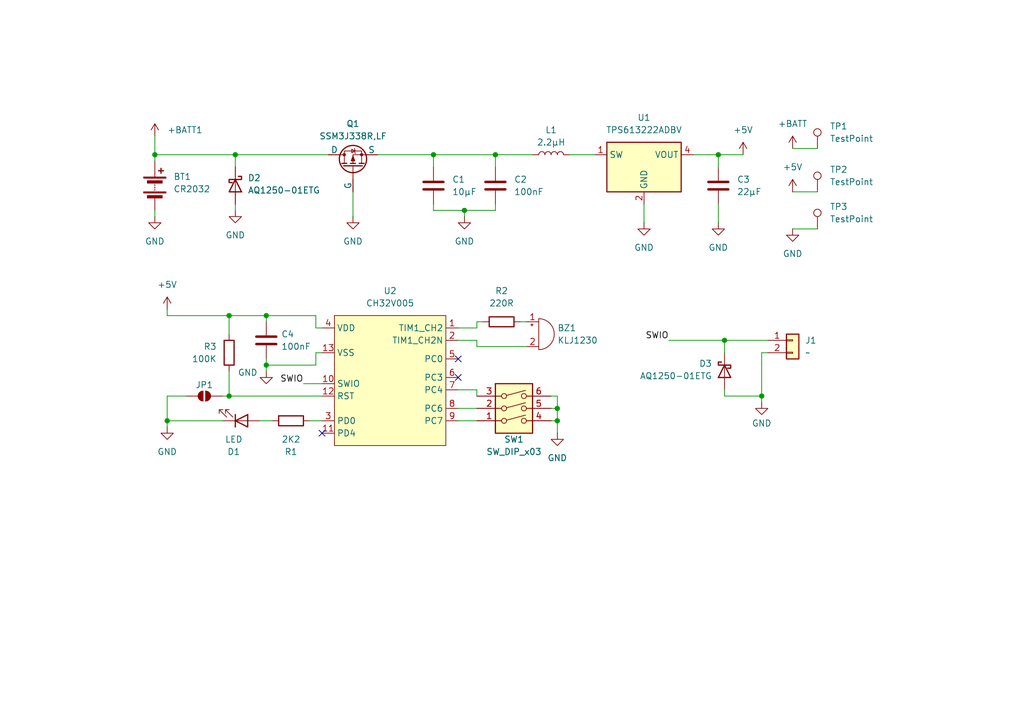
<source format=kicad_sch>
(kicad_sch (version 20250114) (generator "eeschema") (generator_version "9.0")
  (paper "A5")
  (title_block (title "AZUltra") (rev "0.01") (company "Adam Zembrzuski"))
  (lib_symbols
    (symbol "AZSymbols:CH32V005D6U6"
      (property "Reference" "U2" (at 0 13.97 0))
      (property "Value" "CH32V005" (at 0 11.43 0))
      (symbol "CH32V005D6U6_1_1"
        (rectangle (start -11.43 8.89) (end 11.43 -17.78) (fill (type background)))
        (pin power_in line (at -13.97 6.35 0) (length 2.54) (name "VDD") (number "4"))
        (pin power_in line (at -13.97 1.27 0) (length 2.54) (name "VSS") (number "13"))
        (pin bidirectional line (at -13.97 -5.08 0) (length 2.54) (name "SWIO") (number "10"))
        (pin input line (at -13.97 -7.62 0) (length 2.54) (name "RST") (number "12"))
        (pin bidirectional line (at -13.97 -12.7 0) (length 2.54) (name "PD0") (number "3"))
        (pin bidirectional line (at -13.97 -15.24 0) (length 2.54) (name "PD4") (number "11"))
        (pin bidirectional line (at 13.97 6.35 180) (length 2.54) (name "PA1") (number "1") (alternate "TIM1_CH2" output line))
        (pin bidirectional line (at 13.97 3.81 180) (length 2.54) (name "PA2") (number "2") (alternate "TIM1_CH2N" output line))
        (pin bidirectional line (at 13.97 0 180) (length 2.54) (name "PC0") (number "5"))
        (pin bidirectional line (at 13.97 -3.81 180) (length 2.54) (name "PC3") (number "6"))
        (pin bidirectional line (at 13.97 -6.35 180) (length 2.54) (name "PC4") (number "7"))
        (pin bidirectional line (at 13.97 -10.16 180) (length 2.54) (name "PC6") (number "8"))
        (pin bidirectional line (at 13.97 -12.7 180) (length 2.54) (name "PC7") (number "9"))
      )
    )
    (symbol "Connector:TestPoint" (pin_numbers (hide yes)) (pin_names (offset 0.762) (hide yes))
      (property "Reference" "TP" (at 0 6.858 0))
      (property "Value" "TestPoint" (at 0 5.08 0))
      (symbol "TestPoint_0_1"
        (circle (center 0 3.302) (radius 0.762))
      )
      (symbol "TestPoint_1_1"
        (pin passive line (at 0 0 90) (length 2.54) (name "1") (number "1"))
      )
    )
    (symbol "Connector_Generic:Conn_01x02" (pin_names (offset 1.016) (hide yes))
      (property "Reference" "J" (at 0 2.54 0))
      (property "Value" "Conn_01x02" (at 0 -5.08 0))
      (symbol "Conn_01x02_1_1"
        (rectangle (start -1.27 1.27) (end 1.27 -3.81) (stroke (width 0.254)) (fill (type background)))
        (rectangle (start -1.27 0.127) (end 0 -0.127) (stroke (width 0.1524)))
        (rectangle (start -1.27 -2.413) (end 0 -2.667) (stroke (width 0.1524)))
        (pin passive line (at -5.08 0 0) (length 3.81) (name "Pin_1") (number "1"))
        (pin passive line (at -5.08 -2.54 0) (length 3.81) (name "Pin_2") (number "2"))
      )
    )
    (symbol "Device:Battery" (pin_numbers (hide yes)) (pin_names (offset 0) (hide yes))
      (property "Reference" "BT" (at 2.54 2.54 0))
      (property "Value" "Battery" (at 2.54 0 0))
      (symbol "Battery_0_1"
        (rectangle (start -2.286 1.778) (end 2.286 1.524) (fill (type outline)))
        (rectangle (start -2.286 -1.27) (end 2.286 -1.524) (fill (type outline)))
        (rectangle (start -1.524 1.016) (end 1.524 0.508) (fill (type outline)))
        (rectangle (start -1.524 -2.032) (end 1.524 -2.54) (fill (type outline)))
        (polyline (pts (xy 0 1.778) (xy 0 2.54)))
        (polyline (pts (xy 0 0) (xy 0 0.254)))
        (polyline (pts (xy 0 -0.508) (xy 0 -0.254)))
        (polyline (pts (xy 0 -1.016) (xy 0 -0.762)))
        (polyline (pts (xy 0.762 3.048) (xy 1.778 3.048)) (stroke (width 0.254)))
        (polyline (pts (xy 1.27 3.556) (xy 1.27 2.54)) (stroke (width 0.254)))
      )
      (symbol "Battery_1_1"
        (pin passive line (at 0 5.08 270) (length 2.54) (name "+") (number "1"))
        (pin passive line (at 0 -5.08 90) (length 2.54) (name "-") (number "2"))
      )
    )
    (symbol "Device:Buzzer" (pin_names (offset 0.0254) (hide yes))
      (property "Reference" "BZ" (at 3.81 1.27 0))
      (property "Value" "Buzzer" (at 3.81 -1.27 0))
      (symbol "Buzzer_0_1"
        (polyline (pts (xy -1.651 1.905) (xy -1.143 1.905)))
        (polyline (pts (xy -1.397 2.159) (xy -1.397 1.651)))
        (arc (start 0 3.175) (mid 3.1612 0) (end 0 -3.175))
        (polyline (pts (xy 0 3.175) (xy 0 -3.175)))
      )
      (symbol "Buzzer_1_1"
        (pin passive line (at -2.54 2.54 0) (length 2.54) (name "+") (number "1"))
        (pin passive line (at -2.54 -2.54 0) (length 2.54) (name "-") (number "2"))
      )
    )
    (symbol "Device:C" (pin_numbers (hide yes)) (pin_names (offset 0.254))
      (property "Reference" "C" (at 0.635 2.54 0))
      (property "Value" "C" (at 0.635 -2.54 0))
      (symbol "C_0_1"
        (polyline (pts (xy -2.032 0.762) (xy 2.032 0.762)) (stroke (width 0.508)))
        (polyline (pts (xy -2.032 -0.762) (xy 2.032 -0.762)) (stroke (width 0.508)))
      )
      (symbol "C_1_1"
        (pin passive line (at 0 3.81 270) (length 2.794) (name "~") (number "1"))
        (pin passive line (at 0 -3.81 90) (length 2.794) (name "~") (number "2"))
      )
    )
    (symbol "Device:D_Schottky" (pin_numbers (hide yes)) (pin_names (offset 1.016) (hide yes))
      (property "Reference" "D1" (at -1.5876 2.54 90))
      (property "Value" "AQ1250-01ETG" (at 0.9524 2.54 90))
      (symbol "D_Schottky_0_1"
        (polyline (pts (xy -1.905 0.635) (xy -1.905 1.27) (xy -1.27 1.27) (xy -1.27 -1.27) (xy -0.635 -1.27) (xy -0.635 -0.635)) (stroke (width 0.254)))
        (polyline (pts (xy 1.27 1.27) (xy 1.27 -1.27) (xy -1.27 0) (xy 1.27 1.27)) (stroke (width 0.254)))
        (polyline (pts (xy 1.27 0) (xy -1.27 0)))
      )
      (symbol "D_Schottky_1_1"
        (pin passive line (at -3.81 0 0) (length 2.54) (name "K") (number "2"))
        (pin passive line (at 3.81 0 180) (length 2.54) (name "A") (number "1"))
      )
    )
    (symbol "Device:L" (pin_numbers (hide yes)) (pin_names (offset 1.016) (hide yes))
      (property "Reference" "L" (at -1.27 0 90))
      (property "Value" "L" (at 1.905 0 90))
      (symbol "L_0_1"
        (arc (start 0 2.54) (mid 0.6323 1.905) (end 0 1.27))
        (arc (start 0 1.27) (mid 0.6323 0.635) (end 0 0))
        (arc (start 0 0) (mid 0.6323 -0.635) (end 0 -1.27))
        (arc (start 0 -1.27) (mid 0.6323 -1.905) (end 0 -2.54))
      )
      (symbol "L_1_1"
        (pin passive line (at 0 3.81 270) (length 1.27) (name "1") (number "1"))
        (pin passive line (at 0 -3.81 90) (length 1.27) (name "2") (number "2"))
      )
    )
    (symbol "Device:LED" (pin_numbers (hide yes)) (pin_names (offset 1.016) (hide yes))
      (property "Reference" "D" (at 0 2.54 0))
      (property "Value" "LED" (at 0 -2.54 0))
      (symbol "LED_0_1"
        (polyline (pts (xy -3.048 -0.762) (xy -4.572 -2.286) (xy -3.81 -2.286) (xy -4.572 -2.286) (xy -4.572 -1.524)))
        (polyline (pts (xy -1.778 -0.762) (xy -3.302 -2.286) (xy -2.54 -2.286) (xy -3.302 -2.286) (xy -3.302 -1.524)))
        (polyline (pts (xy -1.27 0) (xy 1.27 0)))
        (polyline (pts (xy -1.27 -1.27) (xy -1.27 1.27)) (stroke (width 0.254)))
        (polyline (pts (xy 1.27 -1.27) (xy 1.27 1.27) (xy -1.27 0) (xy 1.27 -1.27)) (stroke (width 0.254)))
      )
      (symbol "LED_1_1"
        (pin passive line (at -3.81 0 0) (length 2.54) (name "K") (number "1"))
        (pin passive line (at 3.81 0 180) (length 2.54) (name "A") (number "2"))
      )
    )
    (symbol "Device:R" (pin_numbers (hide yes)) (pin_names (offset 0))
      (property "Reference" "R" (at 2.032 0 90))
      (property "Value" "R" (at 0 0 90))
      (symbol "R_0_1"
        (rectangle (start -1.016 -2.54) (end 1.016 2.54) (stroke (width 0.254)))
      )
      (symbol "R_1_1"
        (pin passive line (at 0 3.81 270) (length 1.27) (name "~") (number "1"))
        (pin passive line (at 0 -3.81 90) (length 1.27) (name "~") (number "2"))
      )
    )
    (symbol "Jumper:SolderJumper_2_Open" (pin_numbers (hide yes)) (pin_names (offset 0) (hide yes)) (in_bom no)
      (property "Reference" "JP" (at 0 2.032 0))
      (property "Value" "SolderJumper_2_Open" (at 0 -2.54 0))
      (symbol "SolderJumper_2_Open_0_1"
        (polyline (pts (xy -0.254 1.016) (xy -0.254 -1.016)))
        (arc (start -0.254 -1.016) (mid -1.2656 0) (end -0.254 1.016))
        (arc (start -0.254 -1.016) (mid -1.2656 0) (end -0.254 1.016) (fill (type outline)))
        (arc (start 0.254 1.016) (mid 1.2656 0) (end 0.254 -1.016))
        (arc (start 0.254 1.016) (mid 1.2656 0) (end 0.254 -1.016) (fill (type outline)))
        (polyline (pts (xy 0.254 1.016) (xy 0.254 -1.016)))
      )
      (symbol "SolderJumper_2_Open_1_1"
        (pin passive line (at -3.81 0 0) (length 2.54) (name "A") (number "1"))
        (pin passive line (at 3.81 0 180) (length 2.54) (name "B") (number "2"))
      )
    )
    (symbol "Regulator_Switching:TPS613222ADBV"
      (property "Reference" "U" (at -7.62 6.35 0))
      (property "Value" "TPS613222ADBV" (at 2.54 6.35 0))
      (symbol "TPS613222ADBV_0_1"
        (rectangle (start -7.62 5.08) (end 7.62 -5.08) (stroke (width 0.254)) (fill (type background)))
      )
      (symbol "TPS613222ADBV_1_1"
        (pin power_in line (at -10.16 2.54 0) (length 2.54) (name "SW") (number "1"))
        (pin no_connect line (at -7.62 -2.54 0) (length 2.54) (hide yes) (name "NC") (number "3"))
        (pin power_in line (at 0 -7.62 90) (length 2.54) (name "GND") (number "2"))
        (pin no_connect line (at 7.62 -2.54 180) (length 2.54) (hide yes) (name "NC") (number "5"))
        (pin power_out line (at 10.16 2.54 180) (length 2.54) (name "VOUT") (number "4"))
      )
    )
    (symbol "Simulation_SPICE:PMOS" (pin_numbers (hide yes)) (pin_names (offset 0))
      (property "Reference" "Q1" (at 8.89 0 90))
      (property "Value" "SSM3J338R,LF" (at 6.35 0 90))
      (symbol "PMOS_0_1"
        (polyline (pts (xy 0.254 1.905) (xy 0.254 -1.905)) (stroke (width 0.254)))
        (polyline (pts (xy 0.254 0) (xy -2.54 0)))
        (polyline (pts (xy 0.762 2.286) (xy 0.762 1.27)) (stroke (width 0.254)))
        (polyline (pts (xy 0.762 1.778) (xy 3.302 1.778) (xy 3.302 -1.778) (xy 0.762 -1.778)))
        (polyline (pts (xy 0.762 0.508) (xy 0.762 -0.508)) (stroke (width 0.254)))
        (polyline (pts (xy 0.762 -1.27) (xy 0.762 -2.286)) (stroke (width 0.254)))
        (circle (center 1.651 0) (radius 2.794) (stroke (width 0.254)))
        (polyline (pts (xy 2.286 0) (xy 1.27 0.381) (xy 1.27 -0.381) (xy 2.286 0)) (fill (type outline)))
        (polyline (pts (xy 2.54 2.54) (xy 2.54 1.778)))
        (circle (center 2.54 1.778) (radius 0.254) (fill (type outline)))
        (circle (center 2.54 -1.778) (radius 0.254) (fill (type outline)))
        (polyline (pts (xy 2.54 -2.54) (xy 2.54 0) (xy 0.762 0)))
        (polyline (pts (xy 2.794 -0.508) (xy 2.921 -0.381) (xy 3.683 -0.381) (xy 3.81 -0.254)))
        (polyline (pts (xy 3.302 -0.381) (xy 2.921 0.254) (xy 3.683 0.254) (xy 3.302 -0.381)))
      )
      (symbol "PMOS_1_1"
        (pin input line (at -5.08 0 0) (length 2.54) (name "G") (number "1"))
        (pin passive line (at 2.54 5.08 270) (length 2.54) (name "D") (number "3"))
        (pin passive line (at 2.54 -5.08 90) (length 2.54) (name "S") (number "2"))
      )
    )
    (symbol "Switch:SW_DIP_x03" (pin_names (offset 0) (hide yes))
      (property "Reference" "SW1" (at 0 10.16 0))
      (property "Value" "SW_DIP_x03" (at 0 7.62 0))
      (symbol "SW_DIP_x03_0_0"
        (circle (center -2.032 2.54) (radius 0.508))
        (circle (center -2.032 0) (radius 0.508))
        (circle (center -2.032 -2.54) (radius 0.508))
        (polyline (pts (xy -1.524 2.667) (xy 2.3622 3.7084)))
        (polyline (pts (xy -1.524 0.127) (xy 2.3622 1.1684)))
        (polyline (pts (xy -1.524 -2.413) (xy 2.3622 -1.3716)))
        (circle (center 2.032 2.54) (radius 0.508))
        (circle (center 2.032 0) (radius 0.508))
        (circle (center 2.032 -2.54) (radius 0.508))
      )
      (symbol "SW_DIP_x03_0_1"
        (rectangle (start -3.81 5.08) (end 3.81 -5.08) (stroke (width 0.254)) (fill (type background)))
      )
      (symbol "SW_DIP_x03_1_1"
        (pin passive line (at -7.62 2.54 0) (length 5.08) (name "~") (number "3"))
        (pin passive line (at -7.62 0 0) (length 5.08) (name "~") (number "2"))
        (pin passive line (at -7.62 -2.54 0) (length 5.08) (name "~") (number "1"))
        (pin passive line (at 7.62 2.54 180) (length 5.08) (name "~") (number "6"))
        (pin passive line (at 7.62 0 180) (length 5.08) (name "~") (number "5"))
        (pin passive line (at 7.62 -2.54 180) (length 5.08) (name "~") (number "4"))
      )
    )
    (symbol "power:+5V" (power) (pin_numbers (hide yes)) (pin_names (offset 0) (hide yes))
      (property "Value" "+5V" (at 0 3.556 0))
      (symbol "+5V_0_1"
        (polyline (pts (xy -0.762 1.27) (xy 0 2.54)))
        (polyline (pts (xy 0 2.54) (xy 0.762 1.27)))
        (polyline (pts (xy 0 0) (xy 0 2.54)))
      )
      (symbol "+5V_1_1"
        (pin power_in line (at 0 0 90) (length 0) (name "~") (number "1"))
      )
    )
    (symbol "power:+BATT" (power) (pin_numbers (hide yes)) (pin_names (offset 0) (hide yes))
      (property "Value" "+BATT" (at 0 3.556 0))
      (symbol "+BATT_0_1"
        (polyline (pts (xy -0.762 1.27) (xy 0 2.54)))
        (polyline (pts (xy 0 2.54) (xy 0.762 1.27)))
        (polyline (pts (xy 0 0) (xy 0 2.54)))
      )
      (symbol "+BATT_1_1"
        (pin power_in line (at 0 0 90) (length 0) (name "~") (number "1"))
      )
    )
    (symbol "power:GND" (power) (pin_numbers (hide yes)) (pin_names (offset 0) (hide yes))
      (property "Value" "GND" (at 0 -3.81 0))
      (symbol "GND_0_1"
        (polyline (pts (xy 0 0) (xy 0 -1.27) (xy 1.27 -1.27) (xy 0 -2.54) (xy -1.27 -1.27) (xy 0 -1.27)))
      )
      (symbol "GND_1_1"
        (pin power_in line (at 0 0 270) (length 0) (name "~") (number "1"))
      )
    )
  )
  (junction (at 101.6 31.75))
  (junction (at 147.32 31.75))
  (junction (at 148.59 69.85))
  (junction (at 95.25 43.18))
  (junction (at 48.26 31.75))
  (junction (at 46.99 64.77))
  (junction (at 54.61 74.93))
  (junction (at 114.3 83.82))
  (junction (at 34.29 86.36))
  (junction (at 88.9 31.75))
  (junction (at 54.61 64.77))
  (junction (at 31.75 31.75))
  (junction (at 114.3 86.36))
  (junction (at 156.21 81.28))
  (junction (at 46.99 81.28))
  (no_connect (at 93.98 77.47))
  (no_connect (at 93.98 73.66))
  (no_connect (at 66.04 88.9))
  (wire (pts (xy 156.21 72.39) (xy 157.48 72.39)))
  (wire (pts (xy 97.79 81.28) (xy 97.79 80.01)))
  (wire (pts (xy 31.75 27.94) (xy 31.75 31.75)))
  (wire (pts (xy 148.59 69.85) (xy 148.59 72.39)))
  (wire (pts (xy 48.26 41.91) (xy 48.26 43.18)))
  (wire (pts (xy 54.61 74.93) (xy 54.61 76.2)))
  (wire (pts (xy 34.29 81.28) (xy 34.29 86.36)))
  (wire (pts (xy 93.98 67.31) (xy 97.79 67.31)))
  (wire (pts (xy 113.03 83.82) (xy 114.3 83.82)))
  (wire (pts (xy 113.03 86.36) (xy 114.3 86.36)))
  (wire (pts (xy 93.98 83.82) (xy 97.79 83.82)))
  (wire (pts (xy 162.56 46.99) (xy 167.64 46.99)))
  (wire (pts (xy 34.29 87.63) (xy 34.29 86.36)))
  (wire (pts (xy 162.56 30.48) (xy 167.64 30.48)))
  (wire (pts (xy 31.75 44.45) (xy 31.75 43.18)))
  (wire (pts (xy 147.32 31.75) (xy 152.4 31.75)))
  (wire (pts (xy 101.6 31.75) (xy 109.22 31.75)))
  (wire (pts (xy 156.21 82.55) (xy 156.21 81.28)))
  (wire (pts (xy 148.59 69.85) (xy 157.48 69.85)))
  (wire (pts (xy 34.29 81.28) (xy 38.1 81.28)))
  (wire (pts (xy 34.29 86.36) (xy 45.72 86.36)))
  (wire (pts (xy 88.9 31.75) (xy 101.6 31.75)))
  (wire (pts (xy 95.25 43.18) (xy 88.9 43.18)))
  (wire (pts (xy 113.03 81.28) (xy 114.3 81.28)))
  (wire (pts (xy 66.04 67.31) (xy 64.77 67.31)))
  (wire (pts (xy 93.98 86.36) (xy 97.79 86.36)))
  (wire (pts (xy 148.59 81.28) (xy 156.21 81.28)))
  (wire (pts (xy 93.98 80.01) (xy 97.79 80.01)))
  (wire (pts (xy 54.61 64.77) (xy 54.61 66.04)))
  (wire (pts (xy 147.32 34.29) (xy 147.32 31.75)))
  (wire (pts (xy 53.34 86.36) (xy 55.88 86.36)))
  (wire (pts (xy 46.99 64.77) (xy 46.99 68.58)))
  (wire (pts (xy 45.72 81.28) (xy 46.99 81.28)))
  (wire (pts (xy 77.47 31.75) (xy 88.9 31.75)))
  (wire (pts (xy 148.59 80.01) (xy 148.59 81.28)))
  (wire (pts (xy 64.77 67.31) (xy 64.77 64.77)))
  (wire (pts (xy 97.79 69.85) (xy 97.79 71.12)))
  (wire (pts (xy 64.77 72.39) (xy 64.77 74.93)))
  (wire (pts (xy 101.6 43.18) (xy 101.6 41.91)))
  (wire (pts (xy 107.95 66.04) (xy 106.68 66.04)))
  (wire (pts (xy 93.98 69.85) (xy 97.79 69.85)))
  (wire (pts (xy 137.16 69.85) (xy 148.59 69.85)))
  (wire (pts (xy 34.29 64.77) (xy 46.99 64.77)))
  (wire (pts (xy 46.99 64.77) (xy 54.61 64.77)))
  (wire (pts (xy 101.6 31.75) (xy 101.6 34.29)))
  (wire (pts (xy 114.3 83.82) (xy 114.3 86.36)))
  (wire (pts (xy 116.84 31.75) (xy 121.92 31.75)))
  (wire (pts (xy 48.26 31.75) (xy 67.31 31.75)))
  (wire (pts (xy 95.25 43.18) (xy 101.6 43.18)))
  (wire (pts (xy 97.79 66.04) (xy 99.06 66.04)))
  (wire (pts (xy 62.23 78.74) (xy 66.04 78.74)))
  (wire (pts (xy 88.9 31.75) (xy 88.9 34.29)))
  (wire (pts (xy 162.56 39.37) (xy 167.64 39.37)))
  (wire (pts (xy 97.79 71.12) (xy 107.95 71.12)))
  (wire (pts (xy 156.21 81.28) (xy 156.21 72.39)))
  (wire (pts (xy 66.04 72.39) (xy 64.77 72.39)))
  (wire (pts (xy 72.39 39.37) (xy 72.39 44.45)))
  (wire (pts (xy 34.29 64.77) (xy 34.29 63.5)))
  (wire (pts (xy 114.3 86.36) (xy 114.3 88.9)))
  (wire (pts (xy 114.3 81.28) (xy 114.3 83.82)))
  (wire (pts (xy 64.77 74.93) (xy 54.61 74.93)))
  (wire (pts (xy 54.61 73.66) (xy 54.61 74.93)))
  (wire (pts (xy 132.08 41.91) (xy 132.08 45.72)))
  (wire (pts (xy 64.77 64.77) (xy 54.61 64.77)))
  (wire (pts (xy 48.26 31.75) (xy 48.26 34.29)))
  (wire (pts (xy 63.5 86.36) (xy 66.04 86.36)))
  (wire (pts (xy 88.9 41.91) (xy 88.9 43.18)))
  (wire (pts (xy 31.75 31.75) (xy 31.75 33.02)))
  (wire (pts (xy 46.99 76.2) (xy 46.99 81.28)))
  (wire (pts (xy 147.32 31.75) (xy 142.24 31.75)))
  (wire (pts (xy 97.79 66.04) (xy 97.79 67.31)))
  (wire (pts (xy 147.32 41.91) (xy 147.32 45.72)))
  (wire (pts (xy 95.25 43.18) (xy 95.25 44.45)))
  (wire (pts (xy 46.99 81.28) (xy 66.04 81.28)))
  (wire (pts (xy 31.75 31.75) (xy 48.26 31.75)))
  (label "SWIO" (at 62.23 78.74 180))
  (label "SWIO" (at 137.16 69.85 180))
  (symbol (lib_id "Device:C") (at 88.9 38.1 0) (unit 1)
    (property "Reference" "C1" (at 92.71 36.8299 0) (effects (justify left)))
    (property "Value" "10μF" (at 92.71 39.3699 0) (effects (justify left)))
    (property "Footprint" "Capacitor_SMD:C_0603_1608Metric" (effects (hide yes)))
    (property "Description" "Unpolarized capacitor" (effects (hide yes)))
  )
  (symbol (lib_id "power:GND") (at 132.08 45.72 0) (unit 1)
    (property "Reference" "#PWR03" (effects (hide yes)))
    (property "Value" "GND" (at 132.08 50.8 0))
    (property "Description" "Power symbol creates a global label with name \"GND\" , ground" (effects (hide yes)))
  )
  (symbol (lib_id "power:GND") (at 54.61 76.2 0) (unit 1)
    (property "Reference" "#PWR014" (effects (hide yes)))
    (property "Value" "GND" (at 50.8 76.454 0))
    (property "Description" "Power symbol creates a global label with name \"GND\" , ground" (effects (hide yes)))
  )
  (symbol (lib_id "Device:C") (at 147.32 38.1 0) (unit 1)
    (property "Reference" "C3" (at 151.13 36.8299 0) (effects (justify left)))
    (property "Value" "22μF" (at 151.13 39.3699 0) (effects (justify left)))
    (property "Footprint" "Capacitor_SMD:C_0805_2012Metric" (effects (hide yes)))
    (property "Description" "Unpolarized capacitor" (effects (hide yes)))
  )
  (symbol (lib_id "Jumper:SolderJumper_2_Open") (at 41.91 81.28 0) (unit 1) (in_bom no)
    (property "Reference" "JP1" (at 41.91 78.994 0))
    (property "Value" "SolderJumper_2_Open" (effects (hide yes)))
    (property "Description" "Solder Jumper, 2-pole, open" (effects (hide yes)))
  )
  (symbol (lib_id "power:+BATT") (at 31.75 27.94 0) (unit 1)
    (property "Reference" "#PWR07" (effects (hide yes)))
    (property "Value" "+BATT1" (at 34.29 26.6699 0) (effects (justify left)))
    (property "Description" "Power symbol creates a global label with name \"+BATT\"" (effects (hide yes)))
  )
  (symbol (lib_id "power:GND") (at 162.56 46.99 0) (unit 1)
    (property "Reference" "#PWR010" (effects (hide yes)))
    (property "Value" "GND" (at 162.56 52.07 0))
    (property "Description" "Power symbol creates a global label with name \"GND\" , ground" (effects (hide yes)))
  )
  (symbol (lib_id "power:GND") (at 34.29 87.63 0) (unit 1)
    (property "Reference" "#PWR012" (effects (hide yes)))
    (property "Value" "GND" (at 34.29 92.71 0))
    (property "Description" "Power symbol creates a global label with name \"GND\" , ground" (effects (hide yes)))
  )
  (symbol (lib_id "power:+5V") (at 162.56 39.37 0) (unit 1)
    (property "Reference" "#PWR09" (effects (hide yes)))
    (property "Value" "+5V" (at 162.56 34.29 0))
    (property "Description" "Power symbol creates a global label with name \"+5V\"" (effects (hide yes)))
  )
  (symbol (lib_id "power:GND") (at 147.32 45.72 0) (unit 1)
    (property "Reference" "#PWR05" (effects (hide yes)))
    (property "Value" "GND" (at 147.32 50.8 0))
    (property "Description" "Power symbol creates a global label with name \"GND\" , ground" (effects (hide yes)))
  )
  (symbol (lib_id "Simulation_SPICE:PMOS") (at 72.39 34.29 90) (unit 1)
    (property "Reference" "Q1" (at 72.39 25.4 90))
    (property "Value" "SSM3J338R,LF" (at 72.39 27.94 90))
    (property "Footprint" "Package_TO_SOT_SMD:SOT-23" (effects (hide yes)))
    (property "Datasheet" "https://ngspice.sourceforge.io/docs/ngspice-html-manual/manual.xhtml#cha_MOSFETs" (effects (hide yes)))
    (property "Description" "P-MOSFET transistor, drain/source/gate" (effects (hide yes)))
    (property "Sim.Device" "PMOS" (effects (hide yes)))
    (property "Sim.Type" "VDMOS" (effects (hide yes)))
    (property "Sim.Pins" "1=D 2=G 3=S" (effects (hide yes)))
  )
  (symbol (lib_id "power:GND") (at 31.75 44.45 0) (unit 1)
    (property "Reference" "#PWR02" (effects (hide yes)))
    (property "Value" "GND" (at 31.75 49.53 0))
    (property "Description" "Power symbol creates a global label with name \"GND\" , ground" (effects (hide yes)))
  )
  (symbol (lib_id "Connector:TestPoint") (at 167.64 46.99 0) (unit 1)
    (property "Reference" "TP3" (at 170.18 42.4179 0) (effects (justify left)))
    (property "Value" "TestPoint" (at 170.18 44.9579 0) (effects (justify left)))
    (property "Description" "test point" (effects (hide yes)))
  )
  (symbol (lib_id "Connector:TestPoint") (at 167.64 39.37 0) (unit 1)
    (property "Reference" "TP2" (at 170.18 34.7979 0) (effects (justify left)))
    (property "Value" "TestPoint" (at 170.18 37.3379 0) (effects (justify left)))
    (property "Description" "test point" (effects (hide yes)))
  )
  (symbol (lib_id "power:GND") (at 95.25 44.45 0) (unit 1)
    (property "Reference" "#PWR04" (effects (hide yes)))
    (property "Value" "GND" (at 95.25 49.53 0))
    (property "Description" "Power symbol creates a global label with name \"GND\" , ground" (effects (hide yes)))
  )
  (symbol (lib_id "Device:C") (at 54.61 69.85 0) (unit 1)
    (property "Reference" "C4" (at 57.658 68.58 0) (effects (justify left)))
    (property "Value" "100nF" (at 57.658 71.12 0) (effects (justify left)))
    (property "Footprint" "Capacitor_SMD:C_0603_1608Metric" (effects (hide yes)))
    (property "Description" "Unpolarized capacitor" (effects (hide yes)))
  )
  (symbol (lib_id "power:GND") (at 114.3 88.9 0) (unit 1)
    (property "Reference" "#PWR011" (effects (hide yes)))
    (property "Value" "GND" (at 114.3 93.98 0))
    (property "Description" "Power symbol creates a global label with name \"GND\" , ground" (effects (hide yes)))
  )
  (symbol (lib_id "power:+5V") (at 152.4 31.75 0) (unit 1)
    (property "Reference" "#PWR06" (effects (hide yes)))
    (property "Value" "+5V" (at 152.4 26.67 0))
    (property "Description" "Power symbol creates a global label with name \"+5V\"" (effects (hide yes)))
  )
  (symbol (lib_id "Device:R") (at 102.87 66.04 270) (unit 1)
    (property "Reference" "R2" (at 102.87 59.69 90))
    (property "Value" "220R" (at 102.87 62.23 90))
    (property "Footprint" "Resistor_SMD:R_0603_1608Metric" (effects (hide yes)))
    (property "Description" "Resistor" (effects (hide yes)))
  )
  (symbol (lib_id "Regulator_Switching:TPS613222ADBV") (at 132.08 34.29 0) (unit 1)
    (property "Reference" "U1" (at 132.08 24.13 0))
    (property "Value" "TPS613222ADBV" (at 132.08 26.67 0))
    (property "Footprint" "Package_TO_SOT_SMD:SOT-23-5" (effects (hide yes)))
    (property "Datasheet" "http://www.ti.com/lit/ds/symlink/tps61322.pdf" (effects (hide yes)))
    (property "Description" "1.8A Step-Up Converter, 5V Output Voltage, 0.9-5.5V Input Voltage, SOT-23-5" (effects (hide yes)))
  )
  (symbol (lib_id "Device:R") (at 46.99 72.39 0) (mirror y) (unit 1)
    (property "Reference" "R3" (at 44.45 71.1199 0) (effects (justify left)))
    (property "Value" "100K" (at 44.45 73.6599 0) (effects (justify left)))
    (property "Footprint" "Resistor_SMD:R_0402_1005Metric" (effects (hide yes)))
    (property "Description" "Resistor" (effects (hide yes)))
  )
  (symbol (lib_id "power:GND") (at 48.26 43.18 0) (unit 1)
    (property "Reference" "#PWR015" (effects (hide yes)))
    (property "Value" "GND" (at 48.26 48.26 0))
    (property "Description" "Power symbol creates a global label with name \"GND\" , ground" (effects (hide yes)))
  )
  (symbol (lib_id "Switch:SW_DIP_x03") (at 105.41 83.82 0) (unit 1)
    (property "Reference" "SW1" (at 105.41 90.17 0))
    (property "Value" "SW_DIP_x03" (at 105.41 92.71 0))
    (property "Footprint" "AZFootprints:SMXMS-03K-TR" (effects (hide yes)))
    (property "Description" "3x DIP Switch, Single Pole Single Throw (SPST) switch, small symbol" (effects (hide yes)))
  )
  (symbol (lib_id "Device:R") (at 59.69 86.36 90) (mirror x) (unit 1)
    (property "Reference" "R1" (at 59.69 92.71 90))
    (property "Value" "2K2" (at 59.69 90.17 90))
    (property "Footprint" "Resistor_SMD:R_0603_1608Metric" (effects (hide yes)))
    (property "Description" "Resistor" (effects (hide yes)))
  )
  (symbol (lib_id "power:GND") (at 72.39 44.45 0) (unit 1)
    (property "Reference" "#PWR01" (effects (hide yes)))
    (property "Value" "GND" (at 72.39 49.53 0))
    (property "Description" "Power symbol creates a global label with name \"GND\" , ground" (effects (hide yes)))
  )
  (symbol (lib_id "AZSymbols:CH32V005D6U6") (at 80.01 73.66 0) (unit 1)
    (property "Reference" "U2" (at 80.01 59.69 0))
    (property "Value" "CH32V005" (at 80.01 62.23 0))
    (property "Footprint" "Package_DFN_QFN:IDT_QFN-12-1EP_2x2mm_P0.5mm_EP1.1x1.1mm" (effects (hide yes)))
    (pin "2" (alternate "TIM1_CH2N"))
    (pin "1" (alternate "TIM1_CH2"))
  )
  (symbol (lib_id "Device:LED") (at 49.53 86.36 0) (mirror x) (unit 1)
    (property "Reference" "D1" (at 47.9425 92.71 0))
    (property "Value" "LED" (at 47.9425 90.17 0))
    (property "Footprint" "LED_SMD:LED_0603_1608Metric" (effects (hide yes)))
    (property "Description" "Light emitting diode" (effects (hide yes)))
    (property "Sim.Pins" "1=K 2=A" (effects (hide yes)))
  )
  (symbol (lib_id "Device:D_Schottky") (at 48.26 38.1 270) (unit 1)
    (property "Reference" "D2" (at 50.8 36.5124 90) (effects (justify left)))
    (property "Value" "AQ1250-01ETG" (at 50.8 39.0524 90) (effects (justify left)))
    (property "Footprint" "PCM_Diode_SMD_AKL:D_SOD-882_DFN1006-2_TVS" (effects (hide yes)))
    (property "Description" "Schottky diode" (effects (hide yes)))
  )
  (symbol (lib_id "Device:L") (at 113.03 31.75 90) (unit 1)
    (property "Reference" "L1" (at 113.03 26.67 90))
    (property "Value" "2.2μH" (at 113.03 29.21 90))
    (property "Footprint" "Inductor_SMD:L_0805_2012Metric" (effects (hide yes)))
    (property "Description" "Inductor" (effects (hide yes)))
  )
  (symbol (lib_id "power:GND") (at 156.21 82.55 0) (unit 1)
    (property "Reference" "#PWR018" (effects (hide yes)))
    (property "Value" "GND" (at 156.21 86.868 0))
    (property "Description" "Power symbol creates a global label with name \"GND\" , ground" (effects (hide yes)))
  )
  (symbol (lib_id "Connector:TestPoint") (at 167.64 30.48 0) (unit 1)
    (property "Reference" "TP1" (at 170.18 25.9079 0) (effects (justify left)))
    (property "Value" "TestPoint" (at 170.18 28.4479 0) (effects (justify left)))
    (property "Description" "test point" (effects (hide yes)))
  )
  (symbol (lib_id "power:+BATT") (at 162.56 30.48 0) (unit 1)
    (property "Reference" "#PWR08" (effects (hide yes)))
    (property "Value" "+BATT" (at 162.56 25.4 0))
    (property "Description" "Power symbol creates a global label with name \"+BATT\"" (effects (hide yes)))
  )
  (symbol (lib_id "Device:C") (at 101.6 38.1 0) (unit 1)
    (property "Reference" "C2" (at 105.41 36.8299 0) (effects (justify left)))
    (property "Value" "100nF" (at 105.41 39.3699 0) (effects (justify left)))
    (property "Footprint" "Capacitor_SMD:C_0603_1608Metric" (effects (hide yes)))
    (property "Description" "Unpolarized capacitor" (effects (hide yes)))
  )
  (symbol (lib_id "Device:Battery") (at 31.75 38.1 0) (unit 1)
    (property "Reference" "BT1" (at 35.56 36.2584 0) (effects (justify left)))
    (property "Value" "CR2032" (at 35.56 38.7984 0) (effects (justify left)))
    (property "Footprint" "Battery:BatteryHolder_Keystone_3034_1x20mm" (effects (hide yes)))
    (property "Description" "Multiple-cell battery" (effects (hide yes)))
  )
  (symbol (lib_id "Connector_Generic:Conn_01x02") (at 162.56 69.85 0) (unit 1)
    (property "Reference" "J1" (at 165.1 69.8499 0) (effects (justify left)))
    (property "Value" "~" (at 165.1 72.3899 0) (effects (justify left)))
    (property "Footprint" "Connector_JST:JST_SH_SM02B-SRSS-TB_1x02-1MP_P1.00mm_Horizontal" (effects (hide yes)))
    (property "Description" "Generic connector, single row, 01x02, script generated (kicad-library-utils/schlib/autogen/connector/)" (effects (hide yes)))
  )
  (symbol (lib_id "Device:Buzzer") (at 110.49 68.58 0) (unit 1)
    (property "Reference" "BZ1" (at 114.3 67.3099 0) (effects (justify left)))
    (property "Value" "KLJ1230" (at 114.3 69.8499 0) (effects (justify left)))
    (property "Footprint" "AZFootprints:KLJ1230" (effects (hide yes)))
    (property "Description" "Buzzer, polarized" (effects (hide yes)))
  )
  (symbol (lib_id "power:+5V") (at 34.29 63.5 0) (unit 1)
    (property "Reference" "#PWR013" (effects (hide yes)))
    (property "Value" "+5V" (at 34.29 58.42 0))
    (property "Description" "Power symbol creates a global label with name \"+5V\"" (effects (hide yes)))
  )
  (symbol (lib_id "Device:D_Schottky") (at 148.59 76.2 90) (mirror x) (unit 1)
    (property "Reference" "D3" (at 146.05 74.6124 90) (effects (justify left)))
    (property "Value" "AQ1250-01ETG" (at 146.05 77.1524 90) (effects (justify left)))
    (property "Footprint" "PCM_Diode_SMD_AKL:D_SOD-882_DFN1006-2_TVS" (effects (hide yes)))
    (property "Description" "Schottky diode" (effects (hide yes)))
  )
)
</source>
